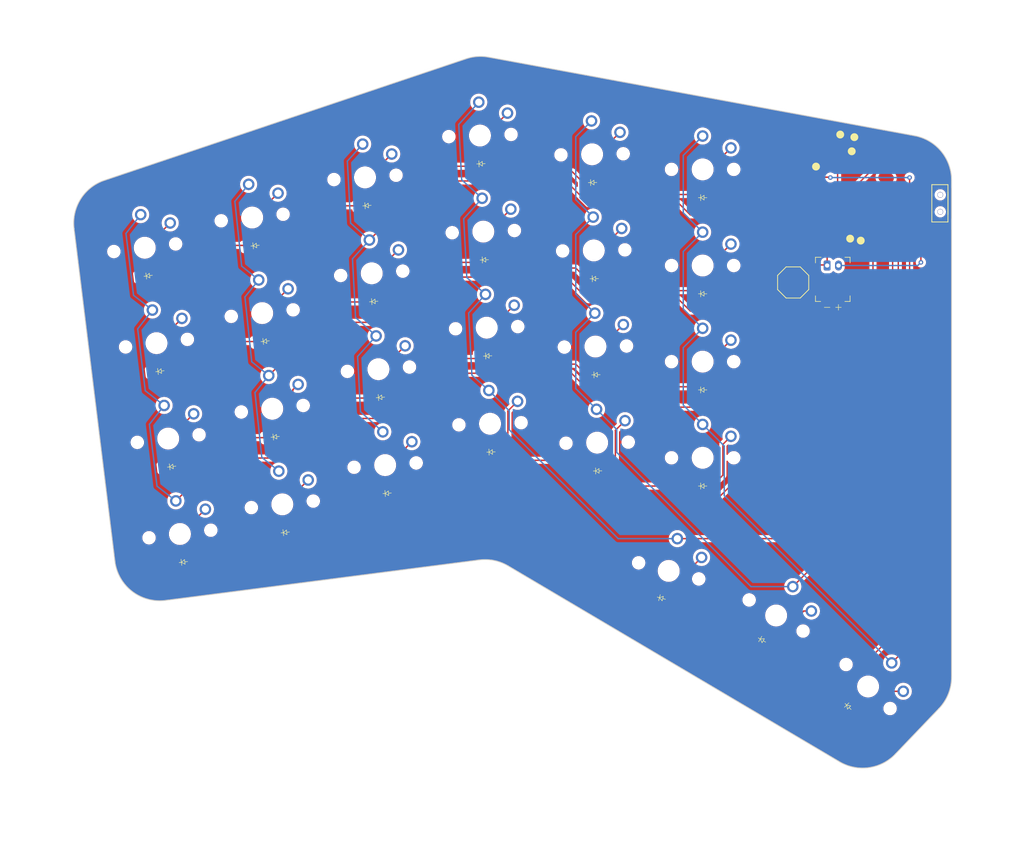
<source format=kicad_pcb>
(kicad_pcb (version 20241229) (generator "pcbnew") (generator_version "9.0")
  (title_block (title "biggie-splays_choc_v1_left") (rev "v1.0.0") (company "Unknown"))
  (layers (0 "F.Cu" signal) (2 "B.Cu" signal) (13 "F.Paste" user) (15 "B.Paste" user) (5 "F.SilkS" user) (7 "B.SilkS" user) (1 "F.Mask" user) (3 "B.Mask" user) (25 "Edge.Cuts" user))
  (net 0 "")
  (net 1 "D5")
  (net 2 "stretch_bottom")
  (net 3 "GND")
  (net 4 "D1")
  (net 5 "D2")
  (net 6 "stretch_home")
  (net 7 "stretch_high")
  (net 8 "stretch_num")
  (net 9 "D3")
  (net 10 "pinky_bottom")
  (net 11 "pinky_home")
  (net 12 "pinky_high")
  (net 13 "pinky_num")
  (net 14 "ring_bottom")
  (net 15 "ring_home")
  (net 16 "ring_high")
  (net 17 "ring_num")
  (net 18 "D7")
  (net 19 "middle_bottom")
  (net 20 "middle_home")
  (net 21 "middle_high")
  (net 22 "middle_num")
  (net 23 "D8")
  (net 24 "index_bottom")
  (net 25 "index_home")
  (net 26 "index_high")
  (net 27 "index_num")
  (net 28 "D10")
  (net 29 "inner_bottom")
  (net 30 "inner_home")
  (net 31 "inner_high")
  (net 32 "inner_num")
  (net 33 "near_fan")
  (net 34 "mid_fan")
  (net 35 "far_fan")
  (net 36 "D6")
  (net 37 "D4")
  (net 38 "D0")
  (net 39 "D9")
  (net 40 "RAW3V3")
  (net 41 "RAW5V")
  (net 42 "RST")
  (net 43 "BAT")
  (net 44 "BATCON")
  (footprint "E73:SPDT_C128955" (layer "F.Cu") (at 275.181375 105.953664 -90)
    (property "Reference" "T1" (hide yes))
    (property "Value" "" (hide yes))
  )
  (footprint "E73:SW_TACT_ALPS_SKQGABE010" (layer "F.Cu") (at 249.181374 119.953663 -90)
    (property "Reference" "B1" (hide yes))
    (property "Value" "" (hide yes))
  )
  (footprint "ceoloide:diode_tht_sod123" (layer "F.Cu") (at 258.883704 194.936166 -45)
    (property "Reference" "D27" (hide yes))
    (property "Value" "")
  )
  (footprint "ceoloide:diode_tht_sod123" (layer "F.Cu") (at 214.025731 119.283153 1)
    (property "Reference" "D19" (hide yes))
    (property "Value" "")
  )
  (footprint "ceoloide:diode_tht_sod123" (layer "F.Cu") (at 214.61911 153.277974 1)
    (property "Reference" "D17" (hide yes))
    (property "Value" "")
  )
  (footprint "ceoloide:diode_tht_sod123" (layer "F.Cu") (at 233.181374 121.953665)
    (property "Reference" "D23" (hide yes))
    (property "Value" "")
  )
  (footprint "ceoloide:diode_tht_sod123" (layer "F.Cu") (at 233.181374 155.953663)
    (property "Reference" "D21" (hide yes))
    (property "Value" "")
  )
  (footprint "ceoloide:diode_tht_sod123" (layer "F.Cu") (at 154.085847 113.437777 6)
    (property "Reference" "D8" (hide yes))
    (property "Value" "")
  )
  (footprint "ceoloide:diode_tht_sod123" (layer "F.Cu") (at 159.416799 164.158393 6)
    (property "Reference" "D5" (hide yes))
    (property "Value" "")
  )
  (footprint "ceoloide:diode_tht_sod123" (layer "F.Cu") (at 135.192416 118.77307 7)
    (property "Reference" "D4" (hide yes))
    (property "Value" "")
  )
  (footprint "ceoloide:battery_connector_jst_ph_2" (layer "F.Cu") (at 256.181373 116.953664)
    (property "Reference" "JST1" (hide yes))
    (property "Value" "")
  )
  (footprint "ceoloide:diode_tht_sod123" (layer "F.Cu") (at 137.264195 135.646354 7)
    (property "Reference" "D3" (hide yes))
    (property "Value" "")
  )
  (footprint "ceoloide:diode_tht_sod123" (layer "F.Cu") (at 225.887279 175.783293 -15)
    (property "Reference" "D25" (hide yes))
    (property "Value" "")
  )
  (footprint "ceoloide:diode_tht_sod123" (layer "F.Cu") (at 193.998327 98.965304 2)
    (property "Reference" "D16" (hide yes))
    (property "Value" "")
  )
  (footprint "ceoloide:diode_tht_sod123" (layer "F.Cu") (at 233.181374 138.953664)
    (property "Reference" "D22" (hide yes))
    (property "Value" "")
  )
  (footprint "ceoloide:diode_tht_sod123" (layer "F.Cu") (at 195.18491 132.944593 2)
    (property "Reference" "D14" (hide yes))
    (property "Value" "")
  )
  (footprint "ceoloide:diode_tht_sod123" (layer "F.Cu") (at 141.407754 169.392924 7)
    (property "Reference" "D1" (hide yes))
    (property "Value" "")
  )
  (footprint "ceoloide:diode_tht_sod123" (layer "F.Cu") (at 213.729039 102.285742 1)
    (property "Reference" "D20" (hide yes))
    (property "Value" "")
  )
  (footprint "ceoloide:diode_tht_sod123" (layer "F.Cu") (at 243.666116 183.174585 -30)
    (property "Reference" "D26" (hide yes))
    (property "Value" "")
  )
  (footprint "ceoloide:diode_tht_sod123" (layer "F.Cu") (at 194.591617 115.954948 2)
    (property "Reference" "D15" (hide yes))
    (property "Value" "")
  )
  (footprint "ceoloide:diode_tht_sod123" (layer "F.Cu") (at 139.335974 152.519638 7)
    (property "Reference" "D2" (hide yes))
    (property "Value" "")
  )
  (footprint "xiao_smd" (layer "F.Cu") (at 257.181374 102.453664 -10.5)
    (property "Reference" "MCU1" (hide yes))
    (property "Value" "")
  )
  (footprint "ceoloide:diode_tht_sod123" (layer "F.Cu") (at 175.045589 123.318683 4)
    (property "Reference" "D11" (hide yes))
    (property "Value" "")
  )
  (footprint "ceoloide:diode_tht_sod123" (layer "F.Cu") (at 195.778201 149.934237 2)
    (property "Reference" "D13" (hide yes))
    (property "Value" "")
  )
  (footprint "ceoloide:diode_tht_sod123" (layer "F.Cu") (at 177.417308 157.235861 4)
    (property "Reference" "D9" (hide yes))
    (property "Value" "")
  )
  (footprint "ceoloide:diode_tht_sod123" (layer "F.Cu") (at 173.859729 106.360093 4)
    (property "Reference" "D12" (hide yes))
    (property "Value" "")
  )
  (footprint "ceoloide:diode_tht_sod123" (layer "F.Cu") (at 176.231447 140.277272 4)
    (property "Reference" "D10" (hide yes))
    (property "Value" "")
  )
  (footprint "ceoloide:diode_tht_sod123" (layer "F.Cu") (at 157.639816 147.251522 6)
    (property "Reference" "D6" (hide yes))
    (property "Value" "")
  )
  (footprint "ceoloide:diode_tht_sod123" (layer "F.Cu") (at 155.862832 130.34465 6)
    (property "Reference" "D7" (hide yes))
    (property "Value" "")
  )
  (footprint "ceoloide:diode_tht_sod123" (layer "F.Cu") (at 214.32242 136.280563 1)
    (property "Reference" "D18" (hide yes))
    (property "Value" "")
  )
  (footprint "ceoloide:diode_tht_sod123" (layer "F.Cu") (at 233.181374 104.953664)
    (property "Reference" "D24" (hide yes))
    (property "Value" "")
  )
  (footprint "ceoloide:switch_choc_v1_v2" (layer "B.Cu") (at 262.419239 191.400632 -45)
    (property "Reference" "S27" (hide yes))
    (property "Value" "")
  )
  (footprint "ceoloide:switch_choc_v1_v2" (layer "B.Cu") (at 157.117173 142.278913 6)
    (property "Reference" "S6" (hide yes))
    (property "Value" "")
  )
  (footprint "ceoloide:switch_choc_v1_v2" (layer "B.Cu") (at 134.583069 113.810338 7)
    (property "Reference" "S4" (hide yes))
    (property "Value" "")
  )
  (footprint "ceoloide:switch_choc_v1_v2" (layer "B.Cu") (at 233.181374 150.953663)
    (property "Reference" "S21" (hide yes))
    (property "Value" "")
  )
  (footprint "ceoloide:switch_choc_v1_v2" (layer "B.Cu") (at 214.53185 148.278736 1)
    (property "Reference" "S17" (hide yes))
    (property "Value" "")
  )
  (footprint "ceoloide:switch_choc_v1_v2" (layer "B.Cu") (at 233.181374 99.953664)
    (property "Reference" "S24" (hide yes))
    (property "Value" "")
  )
  (footprint "ceoloide:switch_choc_v1_v2" (layer "B.Cu") (at 140.798407 164.430193 7)
    (property "Reference" "S1" (hide yes))
    (property "Value" "")
  )
  (footprint "ceoloide:switch_choc_v1_v2" (layer "B.Cu") (at 214.235158 131.281325 1)
    (property "Reference" "S18" (hide yes))
    (property "Value" "")
  )
  (footprint "ceoloide:switch_choc_v1_v2" (layer "B.Cu") (at 174.696806 118.330864 4)
    (property "Reference" "S11" (hide yes))
    (property "Value" "")
  )
  (footprint "ceoloide:switch_choc_v1_v2" (layer "B.Cu") (at 233.181374 116.953663)
    (property "Reference" "S23" (hide yes))
    (property "Value" "")
  )
  (footprint "ceoloide:switch_choc_v1_v2" (layer "B.Cu") (at 227.181374 170.953664 -15)
    (property "Reference" "S25" (hide yes))
    (property "Value" "")
  )
  (footprint "ceoloide:switch_choc_v1_v2" (layer "B.Cu") (at 153.563205 108.465167 6)
    (property "Reference" "S8" (hide yes))
    (property "Value" "")
  )
  (footprint "ceoloide:switch_choc_v1_v2" (layer "B.Cu") (at 158.894156 159.185786 6)
    (property "Reference" "S5" (hide yes))
    (property "Value" "")
  )
  (footprint "ceoloide:switch_choc_v1_v2" (layer "B.Cu") (at 138.726628 147.556909 7)
    (property "Reference" "S2" (hide yes))
    (property "Value" "")
  )
  (footprint "ceoloide:switch_choc_v1_v2" (layer "B.Cu") (at 213.641778 97.286503 1)
    (property "Reference" "S20" (hide yes))
    (property "Value" "")
  )
  (footprint "ceoloide:switch_choc_v1_v2" (layer "B.Cu") (at 175.882666 135.289451 4)
    (property "Reference" "S10" (hide yes))
    (property "Value" "")
  )
  (footprint "ceoloide:switch_choc_v1_v2" (layer "B.Cu") (at 233.181374 133.953664)
    (property "Reference" "S22" (hide yes))
    (property "Value" "")
  )
  (footprint "ceoloide:switch_choc_v1_v2" (layer "B.Cu") (at 246.166115 178.844458 -30)
    (property "Reference" "S26" (hide yes))
    (property "Value" "")
  )
  (footprint "ceoloide:switch_choc_v1_v2" (layer "B.Cu") (at 193.823829 93.968351 2)
    (property "Reference" "S16" (hide yes))
    (property "Value" "")
  )
  (footprint "ceoloide:switch_choc_v1_v2" (layer "B.Cu") (at 213.938467 114.283914 1)
    (property "Reference" "S19" (hide yes))
    (property "Value" "")
  )
  (footprint "ceoloide:switch_choc_v1_v2" (layer "B.Cu") (at 195.603704 144.937283 2)
    (property "Reference" "S13" (hide yes))
    (property "Value" "")
  )
  (footprint "ceoloide:switch_choc_v1_v2" (layer "B.Cu") (at 195.010412 127.947639 2)
    (property "Reference" "S14" (hide yes))
    (property "Value" "")
  )
  (footprint "ceoloide:switch_choc_v1_v2" (layer "B.Cu") (at 177.068526 152.24804 4)
    (property "Reference" "S9" (hide yes))
    (property "Value" "")
  )
  (footprint "ceoloide:switch_choc_v1_v2" (layer "B.Cu") (at 173.510946 101.372275 4)
    (property "Reference" "S12" (hide yes))
    (property "Value" "")
  )
  (footprint "ceoloide:switch_choc_v1_v2" (layer "B.Cu") (at 136.654848 130.683624 7)
    (property "Reference" "S3" (hide yes))
    (property "Value" "")
  )
  (footprint "ceoloide:switch_choc_v1_v2" (layer "B.Cu") (at 194.417122 110.957995 2)
    (property "Reference" "S15" (hide yes))
    (property "Value" "")
  )
  (footprint "ceoloide:switch_choc_v1_v2" (layer "B.Cu") (at 155.340189 125.37204 6)
    (property "Reference" "S7" (hide yes))
    (property "Value" "")
  )
  (gr_arc (start 267.232021 203.357808) (mid 262.541523 205.753948) (end 257.377971 204.714724) (stroke (width 0.15)) (layer "Edge.Cuts"))
  (gr_line (start 274.963185 195.273248) (end 267.232021 203.357807) (stroke (width 0.15)) (layer "Edge.Cuts"))
  (gr_arc (start 277.181374 189.744174) (mid 276.606146 192.722891) (end 274.963185 195.273248) (stroke (width 0.15)) (layer "Edge.Cuts"))
  (gr_line (start 193.704424 169.024777) (end 138.260195 176.177745) (stroke (width 0.15)) (layer "Edge.Cuts"))
  (gr_arc (start 191.362218 80.387692) (mid 193.345238 79.99044) (end 195.364512 80.103175) (stroke (width 0.15)) (layer "Edge.Cuts"))
  (gr_arc (start 270.633367 93.995134) (mid 275.330193 96.744448) (end 277.181374 101.862263) (stroke (width 0.15)) (layer "Edge.Cuts"))
  (gr_arc (start 193.704424 169.024777) (mid 196.339942 169.123093) (end 198.800275 170.073031) (stroke (width 0.15)) (layer "Edge.Cuts"))
  (gr_arc (start 138.260195 176.177745) (mid 132.330636 174.562655) (end 129.296212 169.218456) (stroke (width 0.15)) (layer "Edge.Cuts"))
  (gr_line (start 257.377971 204.714725) (end 198.800275 170.073031) (stroke (width 0.15)) (layer "Edge.Cuts"))
  (gr_line (start 277.181374 101.862263) (end 277.181374 189.744174) (stroke (width 0.15)) (layer "Edge.Cuts"))
  (gr_line (start 195.364512 80.103175) (end 270.633366 93.995134) (stroke (width 0.15)) (layer "Edge.Cuts"))
  (gr_line (start 127.468576 101.877386) (end 191.362218 80.387692) (stroke (width 0.15)) (layer "Edge.Cuts"))
  (gr_line (start 129.296212 169.218456) (end 122.078507 110.434951) (stroke (width 0.15)) (layer "Edge.Cuts"))
  (gr_arc (start 122.078506 110.43495) (mid 123.249717 105.196372) (end 127.468576 101.877386) (stroke (width 0.15)) (layer "Edge.Cuts"))
  (segment (start 227 140) (end 214 140) (width 0.25) (layer "F.Cu") (net 1))
  (segment (start 229 142) (end 227 140) (width 0.25) (layer "F.Cu") (net 1))
  (segment (start 244 109) (end 244 136) (width 0.25) (layer "F.Cu") (net 1))
  (segment (start 161 151) (end 147.653549 151) (width 0.25) (layer "F.Cu") (net 1))
  (segment (start 214 140) (end 210 136) (width 0.25) (layer "F.Cu") (net 1))
  (segment (start 238 142) (end 229 142) (width 0.25) (layer "F.Cu") (net 1))
  (segment (start 210 136) (end 188 136) (width 0.25) (layer "F.Cu") (net 1))
  (segment (start 246.940036 106.059964) (end 244 109) (width 0.25) (layer "F.Cu") (net 1))
  (segment (start 244 136) (end 238 142) (width 0.25) (layer "F.Cu") (net 1))
  (segment (start 188 136) (end 180 144) (width 0.25) (layer "F.Cu") (net 1))
  (segment (start 180 144) (end 168 144) (width 0.25) (layer "F.Cu") (net 1))
  (segment (start 147.653549 151) (end 140.079378 158.574171) (width 0.25) (layer "F.Cu") (net 1))
  (segment (start 168 144) (end 161 151) (width 0.25) (layer "F.Cu") (net 1))
  (segment (start 248.763216 106.059964) (end 246.940036 106.059964) (width 0.25) (layer "F.Cu") (net 1))
  (segment (start 133.86404 107.954316) (end 131.260397 111.286826) (width 0.25) (layer "B.Cu") (net 1))
  (segment (start 131.260397 111.286826) (end 132.603309 122.223959) (width 0.25) (layer "B.Cu") (net 1))
  (segment (start 136.746866 155.970527) (end 140.079377 158.57417) (width 0.25) (layer "B.Cu") (net 1))
  (segment (start 133.332176 128.160112) (end 134.675087 139.097244) (width 0.25) (layer "B.Cu") (net 1))
  (segment (start 138.007599 141.700887) (end 135.403955 145.033398) (width 0.25) (layer "B.Cu") (net 1))
  (segment (start 134.675087 139.097244) (end 138.007599 141.700887) (width 0.25) (layer "B.Cu") (net 1))
  (segment (start 135.403955 145.033398) (end 136.746866 155.970527) (width 0.25) (layer "B.Cu") (net 1))
  (segment (start 135.935819 124.827601) (end 133.332176 128.160112) (width 0.25) (layer "B.Cu") (net 1))
  (segment (start 132.603309 122.223959) (end 135.935819 124.827601) (width 0.25) (layer "B.Cu") (net 1))
  (segment (start 145.298033 160.049171) (end 143.756387 161.590818) (width 0.25) (layer "F.Cu") (net 2))
  (segment (start 143.756387 161.590818) (end 143.756387 168.480908) (width 0.25) (layer "F.Cu") (net 2))
  (segment (start 143.756387 168.480908) (end 143.045455 169.19184) (width 0.25) (layer "F.Cu") (net 2))
  (segment (start 264.305229 98.847364) (end 265.599533 98.847363) (width 0.25) (layer "F.Cu") (net 3))
  (segment (start 255.181374 116.953664) (end 255.181374 107.971219) (width 0.25) (layer "F.Cu") (net 3))
  (segment (start 255.081374 116.853663) (end 255.181374 116.953664) (width 0.25) (layer "F.Cu") (net 3))
  (segment (start 251.031374 123.053664) (end 251.031374 116.853664) (width 0.25) (layer "F.Cu") (net 3))
  (segment (start 251.031374 116.853664) (end 255.081374 116.853663) (width 0.25) (layer "F.Cu") (net 3))
  (segment (start 255.181374 107.971219) (end 264.305229 98.847364) (width 0.25) (layer "F.Cu") (net 3))
  (segment (start 184.73048 102) (end 174.285243 112.445237) (width 0.25) (layer "F.Cu") (net 4))
  (segment (start 237 108) (end 231 108) (width 0.25) (layer "F.Cu") (net 4))
  (segment (start 229 106) (end 213 106) (width 0.25) (layer "F.Cu") (net 4))
  (segment (start 209 102) (end 184.73048 102) (width 0.25) (layer "F.Cu") (net 4))
  (segment (start 250.614729 96.070095) (end 248.929905 96.070095) (width 0.25) (layer "F.Cu") (net 4))
  (segment (start 248.929905 96.070095) (end 237 108) (width 0.25) (layer "F.Cu") (net 4))
  (segment (start 231 108) (end 229 106) (width 0.25) (layer "F.Cu") (net 4))
  (segment (start 213 106) (end 209 102) (width 0.25) (layer "F.Cu") (net 4))
  (segment (start 173.099383 95.486646) (end 170.391108 98.494491) (width 0.25) (layer "B.Cu") (net 4))
  (segment (start 172.713684 142.811868) (end 176.656964 146.362412) (width 0.25) (layer "B.Cu") (net 4))
  (segment (start 172.201316 133.035291) (end 172.713684 142.811868) (width 0.25) (layer "B.Cu") (net 4))
  (segment (start 170.965587 109.456204) (end 174.285243 112.445236) (width 0.25) (layer "B.Cu") (net 4))
  (segment (start 171.839636 126.134036) (end 175.471103 129.403824) (width 0.25) (layer "B.Cu") (net 4))
  (segment (start 170.391108 98.494491) (end 170.965587 109.456204) (width 0.25) (layer "B.Cu") (net 4))
  (segment (start 171.296212 115.764891) (end 171.839636 126.134036) (width 0.25) (layer "B.Cu") (net 4))
  (segment (start 175.471103 129.403824) (end 172.201316 133.035291) (width 0.25) (layer "B.Cu") (net 4))
  (segment (start 174.285243 112.445236) (end 171.296212 115.764891) (width 0.25) (layer "B.Cu") (net 4))
  (segment (start 230.973916 121.396207) (end 231.531374 121.953663) (width 0.25) (layer "F.Cu") (net 5))
  (segment (start 177.756385 125.396207) (end 186.756386 116.396208) (width 0.25) (layer "F.Cu") (net 5))
  (segment (start 214.460239 121.396207) (end 230.973916 121.396207) (width 0.25) (layer "F.Cu") (net 5))
  (segment (start 173.362034 123.396207) (end 173.399607 123.433781) (width 0.25) (layer "F.Cu") (net 5))
  (segment (start 248.432438 98.567562) (end 241 106) (width 0.25) (layer "F.Cu") (net 5))
  (segment (start 192.558948 116.396206) (end 192.942623 116.012533) (width 0.25) (layer "F.Cu") (net 5))
  (segment (start 154.22187 130.517122) (end 156.100956 132.396208) (width 0.25) (layer "F.Cu") (net 5))
  (segment (start 241 119) (end 236 124) (width 0.25) (layer "F.Cu") (net 5))
  (segment (start 139.756386 137.396207) (end 146.756387 130.396206) (width 0.25) (layer "F.Cu") (net 5))
  (segment (start 175.362033 125.396207) (end 177.756385 125.396207) (width 0.25) (layer "F.Cu") (net 5))
  (segment (start 210.756386 117.396207) (end 212.375981 119.015802) (width 0.25) (layer "F.Cu") (net 5))
  (segment (start 192.942623 116.012533) (end 194.326296 117.396208) (width 0.25) (layer "F.Cu") (net 5))
  (segment (start 233.577709 124) (end 231.531374 121.953665) (width 0.25) (layer "F.Cu") (net 5))
  (segment (start 194.326296 117.396208) (end 210.756386 117.396207) (width 0.25) (layer "F.Cu") (net 5))
  (segment (start 158.756386 132.396207) (end 167.756386 123.396206) (width 0.25) (layer "F.Cu") (net 5))
  (segment (start 236 124) (end 233.577709 124) (width 0.25) (layer "F.Cu") (net 5))
  (segment (start 250.15185 98.567562) (end 248.432438 98.567562) (width 0.25) (layer "F.Cu") (net 5))
  (segment (start 154.100955 130.396207) (end 154.22187 130.517122) (width 0.25) (layer "F.Cu") (net 5))
  (segment (start 212.375981 119.311949) (end 214.460239 121.396207) (width 0.25) (layer "F.Cu") (net 5))
  (segment (start 146.756387 130.396206) (end 154.100955 130.396207) (width 0.25) (layer "F.Cu") (net 5))
  (segment (start 137.175262 137.396207) (end 139.756386 137.396207) (width 0.25) (layer "F.Cu") (net 5))
  (segment (start 212.375981 119.015802) (end 212.375981 119.311949) (width 0.25) (layer "F.Cu") (net 5))
  (segment (start 186.756386 116.396208) (end 192.558948 116.396206) (width 0.25) (layer "F.Cu") (net 5))
  (segment (start 135.626495 135.84744) (end 137.175262 137.396207) (width 0.25) (layer "F.Cu") (net 5))
  (segment (start 173.399607 123.433781) (end 175.362033 125.396207) (width 0.25) (layer "F.Cu") (net 5))
  (segment (start 156.100956 132.396208) (end 158.756386 132.396207) (width 0.25) (layer "F.Cu") (net 5))
  (segment (start 241 106) (end 241 119) (width 0.25) (layer "F.Cu") (net 5))
  (segment (start 167.756386 123.396206) (end 173.362034 123.396207) (width 0.25) (layer "F.Cu") (net 5))
  (segment (start 143.226254 143.175887) (end 141.756387 144.645755) (width 0.25) (layer "F.Cu") (net 6))
  (segment (start 141.756385 151.535844) (end 140.973676 152.318555) (width 0.25) (layer "F.Cu") (net 6))
  (segment (start 141.756387 144.645755) (end 141.756385 151.535844) (width 0.25) (layer "F.Cu") (net 6))
  (segment (start 139.756386 127.700691) (end 139.756386 134.590782) (width 0.25) (layer "F.Cu") (net 7))
  (segment (start 141.154475 126.302603) (end 139.756386 127.700691) (width 0.25) (layer "F.Cu") (net 7))
  (segment (start 139.756386 134.590782) (end 138.901897 135.445271) (width 0.25) (layer "F.Cu") (net 7))
  (segment (start 137.756385 117.645717) (end 136.830117 118.571985) (width 0.25) (layer "F.Cu") (net 8))
  (segment (start 139.082697 109.429318) (end 137.756387 110.755628) (width 0.25) (layer "F.Cu") (net 8))
  (segment (start 137.756387 110.755628) (end 137.756385 117.645717) (width 0.25) (layer "F.Cu") (net 8))
  (segment (start 231 125) (end 229 123) (width 0.25) (layer "F.Cu") (net 9))
  (segment (start 179 127) (end 165.911689 127) (width 0.25) (layer "F.Cu") (net 9))
  (segment (start 242 120) (end 237 125) (width 0.25) (layer "F.Cu") (net 9))
  (segment (start 229 123) (end 213 123) (width 0.25) (layer "F.Cu") (net 9))
  (segment (start 165.911689 127) (end 156.500455 136.411234) (width 0.25) (layer "F.Cu") (net 9))
  (segment (start 187 119) (end 179 127) (width 0.25) (layer "F.Cu") (net 9))
  (segment (start 213 123) (end 209 119) (width 0.25) (layer "F.Cu") (net 9))
  (segment (start 209 119) (end 187 119) (width 0.25) (layer "F.Cu") (net 9))
  (segment (start 247.934971 101.065029) (end 242 107) (width 0.25) (layer "F.Cu") (net 9))
  (segment (start 237 125) (end 231 125) (width 0.25) (layer "F.Cu") (net 9))
  (segment (start 249.688972 101.065029) (end 247.934971 101.065029) (width 0.25) (layer "F.Cu") (net 9))
  (segment (start 242 107) (end 242 120) (width 0.25) (layer "F.Cu") (net 9))
  (segment (start 156.500455 136.411234) (end 154.061499 139.423093) (width 0.25) (layer "B.Cu") (net 9))
  (segment (start 155.265579 150.879151) (end 158.277438 153.318106) (width 0.25) (layer "B.Cu") (net 9))
  (segment (start 154.723471 119.504361) (end 152.284515 122.516221) (width 0.25) (layer "B.Cu") (net 9))
  (segment (start 152.946487 102.597488) (end 150.507531 105.609348) (width 0.25) (layer "B.Cu") (net 9))
  (segment (start 154.061499 139.423093) (end 155.265579 150.879151) (width 0.25) (layer "B.Cu") (net 9))
  (segment (start 151.711611 117.065405) (end 154.723471 119.504361) (width 0.25) (layer "B.Cu") (net 9))
  (segment (start 152.284515 122.516221) (end 153.488595 133.972278) (width 0.25) (layer "B.Cu") (net 9))
  (segment (start 153.488595 133.972278) (end 156.500455 136.411234) (width 0.25) (layer "B.Cu") (net 9))
  (segment (start 150.507531 105.609348) (end 151.711611 117.065405) (width 0.25) (layer "B.Cu") (net 9))
  (segment (start 163.469557 154.883959) (end 161.756386 156.59713) (width 0.25) (layer "F.Cu") (net 10))
  (segment (start 161.756386 156.59713) (end 161.756385 163.396207) (width 0.25) (layer "F.Cu") (net 10))
  (segment (start 161.756385 163.396207) (end 161.647475 163.396207) (width 0.25) (layer "F.Cu") (net 10))
  (segment (start 161.647475 163.396207) (end 161.05776 163.985922) (width 0.25) (layer "F.Cu") (net 10))
  (segment (start 160.756387 138.913274) (end 160.756385 145.60344) (width 0.25) (layer "F.Cu") (net 11))
  (segment (start 160.756385 145.60344) (end 159.280776 147.079051) (width 0.25) (layer "F.Cu") (net 11))
  (segment (start 161.692574 137.977087) (end 160.756387 138.913274) (width 0.25) (layer "F.Cu") (net 11))
  (segment (start 158.756387 128.919584) (end 157.503792 130.172178) (width 0.25) (layer "F.Cu") (net 12))
  (segment (start 159.915589 121.070215) (end 158.756386 122.229418) (width 0.25) (layer "F.Cu") (net 12))
  (segment (start 158.756386 122.229418) (end 158.756387 128.919584) (width 0.25) (layer "F.Cu") (net 12))
  (segment (start 156.756386 112.235728) (end 155.726807 113.265306) (width 0.25) (layer "F.Cu") (net 13))
  (segment (start 158.138606 104.163342) (end 156.756387 105.545562) (width 0.25) (layer "F.Cu") (net 13))
  (segment (start 156.756387 105.545562) (end 156.756386 112.235728) (width 0.25) (layer "F.Cu") (net 13))
  (segment (start 180.756386 155.427666) (end 180.756386 149.1434) (width 0.25) (layer "F.Cu") (net 14))
  (segment (start 179.063289 157.120763) (end 180.756386 155.427666) (width 0.25) (layer "F.Cu") (net 14))
  (segment (start 180.756386 149.1434) (end 181.791272 148.108514) (width 0.25) (layer "F.Cu") (net 14))
  (segment (start 178.756386 139.283217) (end 178.756386 132.998951) (width 0.25) (layer "F.Cu") (net 15))
  (segment (start 178.756386 132.998951) (end 180.605412 131.149925) (width 0.25) (layer "F.Cu") (net 15))
  (segment (start 177.877428 140.162174) (end 178.756386 139.283217) (width 0.25) (layer "F.Cu") (net 15))
  (segment (start 177.756385 115.854503) (end 179.419552 114.191337) (width 0.25) (layer "F.Cu") (net 16))
  (segment (start 177.756386 122.138768) (end 177.756385 115.854503) (width 0.25) (layer "F.Cu") (net 16))
  (segment (start 176.69157 123.203585) (end 177.756386 122.138768) (width 0.25) (layer "F.Cu") (net 16))
  (segment (start 176.756386 104.994318) (end 176.756386 98.710053) (width 0.25) (layer "F.Cu") (net 17))
  (segment (start 175.505709 106.244996) (end 176.756386 104.994318) (width 0.25) (layer "F.Cu") (net 17))
  (segment (start 176.756386 98.710053) (end 178.233692 97.232748) (width 0.25) (layer "F.Cu") (net 17))
  (segment (start 263.285142 155.867451) (end 263.285141 111.334701) (width 0.25) (layer "F.Cu") (net 18))
  (segment (start 253.897891 165.254703) (end 263.285142 155.867451) (width 0.25) (layer "F.Cu") (net 18))
  (segment (start 228.708406 165.254703) (end 253.897891 165.254703) (width 0.25) (layer "F.Cu") (net 18))
  (segment (start 199 142.643079) (end 199 146) (width 0.25) (layer "B.Cu") (net 18))
  (segment (start 190.591936 101.802776) (end 194.211215 105.061588) (width 0.25) (layer "B.Cu") (net 18))
  (segment (start 191.49704 119.073176) (end 194.804506 122.051232) (width 0.25) (layer "B.Cu") (net 18))
  (segment (start 194.211215 105.061588) (end 190.952401 108.680867) (width 0.25) (layer "B.Cu") (net 18))
  (segment (start 194.804506 122.051232) (end 191.826448 125.358698) (width 0.25) (layer "B.Cu") (net 18))
  (segment (start 192.402143 136.343577) (end 195.397796 139.040876) (width 0.25) (layer "B.Cu") (net 18))
  (segment (start 193.617922 88.071944) (end 190.078353 92.003034) (width 0.25) (layer "B.Cu") (net 18))
  (segment (start 199 146) (end 218.254702 165.254702) (width 0.25) (layer "B.Cu") (net 18))
  (segment (start 195.397797 139.040876) (end 199 142.643079) (width 0.25) (layer "B.Cu") (net 18))
  (segment (start 191.826448 125.358698) (end 192.402143 136.343577) (width 0.25) (layer "B.Cu") (net 18))
  (segment (start 218.254702 165.254702) (end 228.708407 165.254702) (width 0.25) (layer "B.Cu") (net 18))
  (segment (start 190.952401 108.680867) (end 191.49704 119.073176) (width 0.25) (layer "B.Cu") (net 18))
  (segment (start 190.078353 92.003034) (end 190.591936 101.802776) (width 0.25) (layer "B.Cu") (net 18))
  (segment (start 198.756386 148.547463) (end 198.756386 142.676755) (width 0.25) (layer "F.Cu") (net 19))
  (segment (start 198.756386 142.676755) (end 200.468041 140.9651) (width 0.25) (layer "F.Cu") (net 19))
  (segment (start 197.427197 149.876652) (end 198.756386 148.547463) (width 0.25) (layer "F.Cu") (net 19))
  (segment (start 197.756387 126.093818) (end 199.874748 123.975456) (width 0.25) (layer "F.Cu") (net 20))
  (segment (start 197.756387 131.964527) (end 197.756387 126.093818) (width 0.25) (layer "F.Cu") (net 20))
  (segment (start 196.833904 132.887008) (end 197.756387 131.964527) (width 0.25) (layer "F.Cu") (net 20))
  (segment (start 197.756385 114.381592) (end 197.756386 108.510883) (width 0.25) (layer "F.Cu") (net 21))
  (segment (start 196.240612 115.897365) (end 197.756385 114.381592) (width 0.25) (layer "F.Cu") (net 21))
  (segment (start 197.756386 108.510883) (end 199.281457 106.985812) (width 0.25) (layer "F.Cu") (net 21))
  (segment (start 196.756387 91.927947) (end 198.688165 89.996168) (width 0.25) (layer "F.Cu") (net 22))
  (segment (start 196.756387 97.798658) (end 196.756387 91.927947) (width 0.25) (layer "F.Cu") (net 22))
  (segment (start 195.647322 98.907721) (end 196.756387 97.798658) (width 0.25) (layer "F.Cu") (net 22))
  (segment (start 265.197413 108.837234) (end 263.74802 108.837234) (width 0.25) (layer "F.Cu") (net 23))
  (segment (start 266.756386 110.396207) (end 265.197413 108.837234) (width 0.25) (layer "F.Cu") (net 23))
  (segment (start 266.756385 156.094637) (end 266.756386 110.396207) (width 0.25) (layer "F.Cu") (net 23))
  (segment (start 249.116115 173.734908) (end 266.756385 156.094637) (width 0.25) (layer "F.Cu") (net 23))
  (segment (start 218 150) (end 241.734909 173.734909) (width 0.25) (layer "B.Cu") (net 23))
  (segment (start 210.756387 94.169823) (end 210.756386 105.305701) (width 0.25) (layer "B.Cu") (net 23))
  (segment (start 214.132189 125.382224) (end 210.756386 128.758027) (width 0.25) (layer "B.Cu") (net 23))
  (segment (start 213.538808 91.387401) (end 210.756387 94.169823) (width 0.25) (layer "B.Cu") (net 23))
  (segment (start 218 145.950755) (end 218 150) (width 0.25) (layer "B.Cu") (net 23))
  (segment (start 210.756386 128.758027) (end 210.756385 138.70714) (width 0.25) (layer "B.Cu") (net 23))
  (segment (start 210.756386 111.463926) (end 210.756386 122.00642) (width 0.25) (layer "B.Cu") (net 23))
  (segment (start 210.756386 122.00642) (end 214.132189 125.382224) (width 0.25) (layer "B.Cu") (net 23))
  (segment (start 210.756386 105.305701) (end 213.835499 108.384812) (width 0.25) (layer "B.Cu") (net 23))
  (segment (start 241.734909 173.734909) (end 249.116115 173.734909) (width 0.25) (layer "B.Cu") (net 23))
  (segment (start 213.835499 108.384812) (end 210.756386 111.463926) (width 0.25) (layer "B.Cu") (net 23))
  (segment (start 214.428881 142.379636) (end 218 145.950755) (width 0.25) (layer "B.Cu") (net 23))
  (segment (start 210.756385 138.70714) (end 214.42888 142.379636) (width 0.25) (layer "B.Cu") (net 23))
  (segment (start 217.756386 146.100435) (end 219.464769 144.392053) (width 0.25) (layer "F.Cu") (net 24))
  (segment (start 217.756386 151.761652) (end 217.756386 146.100435) (width 0.25) (layer "F.Cu") (net 24))
  (segment (start 216.26886 153.249179) (end 217.756386 151.761652) (width 0.25) (layer "F.Cu") (net 24))
  (segment (start 217.756386 134.46755) (end 217.756386 128.806333) (width 0.25) (layer "F.Cu") (net 25))
  (segment (start 215.972169 136.251767) (end 217.756386 134.46755) (width 0.25) (layer "F.Cu") (net 25))
  (segment (start 217.756386 128.806333) (end 219.168077 127.394642) (width 0.25) (layer "F.Cu") (net 25))
  (segment (start 216.756385 112.512232) (end 218.871387 110.397231) (width 0.25) (layer "F.Cu") (net 26))
  (segment (start 216.756386 118.17345) (end 216.756385 112.512232) (width 0.25) (layer "F.Cu") (net 26))
  (segment (start 215.675479 119.254356) (end 216.756386 118.17345) (width 0.25) (layer "F.Cu") (net 26))
  (segment (start 215.378788 102.256946) (end 216.756386 100.879347) (width 0.25) (layer "F.Cu") (net 27))
  (segment (start 216.756386 95.21813) (end 218.574696 93.39982) (width 0.25) (layer "F.Cu") (net 27))
  (segment (start 216.756386 100.879347) (end 216.756386 95.21813) (width 0.25) (layer "F.Cu") (net 27))
  (segment (start 269.756385 184.063485) (end 269.756386 107.396206) (width 0.25) (layer "F.Cu") (net 28))
  (segment (start 266.591168 187.228702) (end 269.756385 184.063485) (width 0.25) (layer "F.Cu") (net 28))
  (segment (start 266.202478 103.842299) (end 264.673776 103.842299) (width 0.25) (layer "F.Cu") (net 28))
  (segment (start 269.756386 107.396206) (end 266.202478 103.842299) (width 0.25) (layer "F.Cu") (net 28))
  (segment (start 229.756386 131.478652) (end 229.756386 141.628676) (width 0.25) (layer "B.Cu") (net 28))
  (segment (start 233.181374 94.053664) (end 229.756386 97.478653) (width 0.25) (layer "B.Cu") (net 28))
  (segment (start 233.181375 111.053664) (end 229.756386 114.478652) (width 0.25) (layer "B.Cu") (net 28))
  (segment (start 237 157.637533) (end 266.591169 187.228702) (width 0.25) (layer "B.Cu") (net 28))
  (segment (start 233.181374 128.053664) (end 229.756386 131.478652) (width 0.25) (layer "B.Cu") (net 28))
  (segment (start 229.756386 114.478652) (end 229.756387 124.628676) (width 0.25) (layer "B.Cu") (net 28))
  (segment (start 237 148.872289) (end 237 157.637533) (width 0.25) (layer "B.Cu") (net 28))
  (segment (start 229.756386 141.628676) (end 233.181374 145.053664) (width 0.25) (layer "B.Cu") (net 28))
  (segment (start 229.756386 97.478653) (end 229.756386 107.628676) (width 0.25) (layer "B.Cu") (net 28))
  (segment (start 233.181374 145.053663) (end 237 148.872289) (width 0.25) (layer "B.Cu") (net 28))
  (segment (start 229.756387 124.628676) (end 233.181374 128.053664) (width 0.25) (layer "B.Cu") (net 28))
  (segment (start 229.756386 107.628676) (end 233.181375 111.053664) (width 0.25) (layer "B.Cu") (net 28))
  (segment (start 236.756386 154.028652) (end 236.756386 148.578652) (width 0.25) (layer "F.Cu") (net 29))
  (segment (start 236.756386 148.578652) (end 238.181374 147.153664) (width 0.25) (layer "F.Cu") (net 29))
  (segment (start 234.831374 155.953664) (end 236.756386 154.028652) (width 0.25) (layer "F.Cu") (net 29))
  (segment (start 234.831374 138.953665) (end 236.756386 137.028652) (width 0.25) (layer "F.Cu") (net 30))
  (segment (start 236.756386 131.578652) (end 238.181374 130.153664) (width 0.25) (layer "F.Cu") (net 30))
  (segment (start 236.756386 137.028652) (end 236.756386 131.578652) (width 0.25) (layer "F.Cu") (net 30))
  (segment (start 236.756386 114.578653) (end 238.181374 113.153665) (width 0.25) (layer "F.Cu") (net 31))
  (segment (start 236.756386 120.028651) (end 236.756386 114.578653) (width 0.25) (layer "F.Cu") (net 31))
  (segment (start 234.831374 121.953664) (end 236.756386 120.028651) (width 0.25) (layer "F.Cu") (net 31))
  (segment (start 234.831375 104.953665) (end 236.756385 103.028652) (width 0.25) (layer "F.Cu") (net 32))
  (segment (start 236.756385 103.028652) (end 236.756386 97.578651) (width 0.25) (layer "F.Cu") (net 32))
  (segment (start 236.756386 97.578651) (end 238.181374 96.153664) (width 0.25) (layer "F.Cu") (net 32))
  (segment (start 227.481057 176.210343) (end 229.756386 173.935016) (width 0.25) (layer "F.Cu") (net 33))
  (segment (start 229.756386 173.935016) (end 229.756387 171.81537) (width 0.25) (layer "F.Cu") (net 33))
  (segment (start 229.756387 171.81537) (end 232.994516 168.577241) (width 0.25) (layer "F.Cu") (net 33))
  (segment (start 251.041081 178.053562) (end 252.396242 178.05356) (width 0.25) (layer "F.Cu") (net 34))
  (segment (start 245.095057 183.999586) (end 251.041081 178.053562) (width 0.25) (layer "F.Cu") (net 34))
  (segment (start 260.05043 196.102891) (end 262.049701 196.102892) (width 0.25) (layer "F.Cu") (net 35))
  (segment (start 262.049701 196.102892) (end 265.903434 192.24916) (width 0.25) (layer "F.Cu") (net 35))
  (segment (start 265.903434 192.24916) (end 268.641779 192.249159) (width 0.25) (layer "F.Cu") (net 35))
  (segment (start 139.770052 169.594008) (end 141.57225 171.396207) (width 0.25) (layer "F.Cu") (net 36))
  (segment (start 212.66695 153.30677) (end 212.969362 153.30677) (width 0.25) (layer "F.Cu") (net 36))
  (segment (start 175.726079 157.396207) (end 175.771327 157.350958) (width 0.25) (layer "F.Cu") (net 36))
  (segment (start 150.756387 164.396207) (end 157.710497 164.396207) (width 0.25) (layer "F.Cu") (net 36))
  (segment (start 210.756385 151.396206) (end 212.66695 153.30677) (width 0.25) (layer "F.Cu") (net 36))
  (segment (start 194.129206 149.991822) (end 195.533592 151.396207) (width 0.25) (layer "F.Cu") (net 36))
  (segment (start 170.756386 157.396206) (end 175.726079 157.396207) (width 0.25) (layer "F.Cu") (net 36))
  (segment (start 157.775838 164.415659) (end 159.756385 166.396208) (width 0.25) (layer "F.Cu") (net 36))
  (segment (start 175.771327 157.350958) (end 175.771327 157.411148) (width 0.25) (layer "F.Cu") (net 36))
  (segment (start 245 111.857769) (end 248.300337 108.557432) (width 0.25) (layer "F.Cu") (net 36))
  (segment (start 188.756386 150.396207) (end 193.724819 150.396207) (width 0.25) (layer "F.Cu") (net 36))
  (segment (start 175.771327 157.411148) (end 177.756386 159.396207) (width 0.25) (layer "F.Cu") (net 36))
  (segment (start 177.756386 159.396207) (end 179.756386 159.396208) (width 0.25) (layer "F.Cu") (net 36))
  (segment (start 236 158) (end 245 149) (width 0.25) (layer "F.Cu") (net 36))
  (segment (start 233 158) (end 236 158) (width 0.25) (layer "F.Cu") (net 36))
  (segment (start 193.724819 150.396207) (end 194.129206 149.991822) (width 0.25) (layer "F.Cu") (net 36))
  (segment (start 157.710497 164.396207) (end 157.775838 164.330866) (width 0.25) (layer "F.Cu") (net 36))
  (segment (start 157.775838 164.330866) (end 157.775838 164.415659) (width 0.25) (layer "F.Cu") (net 36))
  (segment (start 245 149) (end 245 111.857769) (width 0.25) (layer "F.Cu") (net 36))
  (segment (start 231.531374 156.531374) (end 233 158) (width 0.25) (layer "F.Cu") (net 36))
  (segment (start 212.969362 153.30677) (end 215.616256 155.953665) (width 0.25) (layer "F.Cu") (net 36))
  (segment (start 143.756386 171.396207) (end 150.756387 164.396207) (width 0.25) (layer "F.Cu") (net 36))
  (segment (start 195.533592 151.396207) (end 210.756385 151.396206) (width 0.25) (layer "F.Cu") (net 36))
  (segment (start 141.57225 171.396207) (end 143.756386 171.396207) (width 0.25) (layer "F.Cu") (net 36))
  (segment (start 161.756387 166.396208) (end 170.756386 157.396206) (width 0.25) (layer "F.Cu") (net 36))
  (segment (start 231.531374 155.953663) (end 231.531374 156.531374) (width 0.25) (layer "F.Cu") (net 36))
  (segment (start 159.756385 166.396208) (end 161.756387 166.396208) (width 0.25) (layer "F.Cu") (net 36))
  (segment (start 179.756386 159.396208) (end 188.756386 150.396207) (width 0.25) (layer "F.Cu") (net 36))
  (segment (start 215.616256 155.953665) (end 231.531374 155.953664) (width 0.25) (layer "F.Cu") (net 36))
  (segment (start 243 135) (end 237 141) (width 0.25) (layer "F.Cu") (net 37))
  (segment (start 159.756386 149.396207) (end 168.760223 140.392369) (width 0.25) (layer "F.Cu") (net 37))
  (segment (start 174.585466 140.39237) (end 176.589304 142.396207) (width 0.25) (layer "F.Cu") (net 37))
  (segment (start 214.759519 138.396206) (end 230.973916 138.396206) (width 0.25) (layer "F.Cu") (net 37))
  (segment (start 155.971068 147.396207) (end 155.998854 147.423994) (width 0.25) (layer "F.Cu") (net 37))
  (segment (start 193.141884 133.396207) (end 193.535914 133.002178) (width 0.25) (layer "F.Cu") (net 37))
  (segment (start 178.756386 142.396207) (end 187.756386 133.396207) (width 0.25) (layer "F.Cu") (net 37))
  (segment (start 139.373758 154.396207) (end 141.756386 154.396207) (width 0.25) (layer "F.Cu") (net 37))
  (segment (start 137.698273 152.720723) (end 139.373758 154.396207) (width 0.25) (layer "F.Cu") (net 37))
  (segment (start 155.998853 147.638675) (end 157.756387 149.396208) (width 0.25) (layer "F.Cu") (net 37))
  (segment (start 230.973916 138.396206) (end 231.531375 138.953664) (width 0.25) (layer "F.Cu") (net 37))
  (segment (start 187.756386 133.396207) (end 193.141884 133.396207) (width 0.25) (layer "F.Cu") (net 37))
  (segment (start 237 141) (end 233.57771 141) (width 0.25) (layer "F.Cu") (net 37))
  (segment (start 155.998854 147.423994) (end 155.998853 147.638675) (width 0.25) (layer "F.Cu") (net 37))
  (segment (start 157.756387 149.396208) (end 159.756386 149.396207) (width 0.25) (layer "F.Cu") (net 37))
  (segment (start 193.535914 133.002178) (end 194.929945 134.396207) (width 0.25) (layer "F.Cu") (net 37))
  (segment (start 243 108) (end 243 135) (width 0.25) (layer "F.Cu") (net 37))
  (segment (start 233.57771 141) (end 231.531374 138.953664) (width 0.25) (layer "F.Cu") (net 37))
  (segment (start 194.929945 134.396207) (end 210.756385 134.396206) (width 0.25) (layer "F.Cu") (net 37))
  (segment (start 249.226093 103.562497) (end 247.437503 103.562497) (width 0.25) (layer "F.Cu") (net 37))
  (segment (start 176.589304 142.396207) (end 178.756386 142.396207) (width 0.25) (layer "F.Cu") (net 37))
  (segment (start 212.669538 136.309359) (end 212.672671 136.309359) (width 0.25) (layer "F.Cu") (net 37))
  (segment (start 148.756386 147.396206) (end 155.971068 147.396207) (width 0.25) (layer "F.Cu") (net 37))
  (segment (start 212.672671 136.309359) (end 214.759519 138.396206) (width 0.25) (layer "F.Cu") (net 37))
  (segment (start 210.756385 134.396206) (end 212.669538 136.309359) (width 0.25) (layer "F.Cu") (net 37))
  (segment (start 247.437503 103.562497) (end 243 108) (width 0.25) (layer "F.Cu") (net 37))
  (segment (start 168.760223 140.392369) (end 174.585466 140.39237) (width 0.25) (layer "F.Cu") (net 37))
  (segment (start 141.756386 154.396207) (end 148.756386 147.396206) (width 0.25) (layer "F.Cu") (net 37))
  (segment (start 210.16096 100.396207) (end 212.079289 102.314539) (width 0.25) (layer "F.Cu") (net 38))
  (segment (start 174.134762 108.396207) (end 176.756387 108.396207) (width 0.25) (layer "F.Cu") (net 38))
  (segment (start 155.756386 115.396207) (end 164.756385 106.396207) (width 0.25) (layer "F.Cu") (net 38))
  (segment (start 154.230843 115.396208) (end 155.756386 115.396207) (width 0.25) (layer "F.Cu") (net 38))
  (segment (start 191.976013 99.396207) (end 192.349331 99.02289) (width 0.25) (layer "F.Cu") (net 38))
  (segment (start 137.756387 120.396207) (end 144.756386 113.396207) (width 0.25) (layer "F.Cu") (net 38))
  (segment (start 249.427373 93.572627) (end 236 107) (width 0.25) (layer "F.Cu") (net 38))
  (segment (start 144.756386 113.396207) (end 152.230843 113.396208) (width 0.25) (layer "F.Cu") (net 38))
  (segment (start 152.444887 113.61025) (end 154.230843 115.396208) (width 0.25) (layer "F.Cu") (net 38))
  (segment (start 233.57771 107) (end 231.531374 104.953664) (width 0.25) (layer "F.Cu") (net 38))
  (segment (start 164.756385 106.396207) (end 172.134762 106.396207) (width 0.25) (layer "F.Cu") (net 38))
  (segment (start 176.756387 108.396207) (end 185.756385 99.396207) (width 0.25) (layer "F.Cu") (net 38))
  (segment (start 134.976768 120.396207) (end 137.756387 120.396207) (width 0.25) (layer "F.Cu") (net 38))
  (segment (start 172.134762 106.396207) (end 172.213748 106.475192) (width 0.25) (layer "F.Cu") (net 38))
  (segment (start 230.973918 104.396207) (end 231.531375 104.953663) (width 0.25) (layer "F.Cu") (net 38))
  (segment (start 172.213748 106.475192) (end 174.134762 108.396207) (width 0.25) (layer "F.Cu") (net 38))
  (segment (start 192.349331 99.02289) (end 193.72265 100.396207) (width 0.25) (layer "F.Cu") (net 38))
  (segment (start 193.72265 100.396207) (end 210.16096 100.396207) (width 0.25) (layer "F.Cu") (net 38))
  (segment (start 214.160958 104.396207) (end 230.973918 104.396207) (width 0.25) (layer "F.Cu") (net 38))
  (segment (start 133.554715 118.974154) (end 134.976768 120.396207) (width 0.25) (layer "F.Cu") (net 38))
  (segment (start 251.077606 93.572627) (end 249.427373 93.572627) (width 0.25) (layer "F.Cu") (net 38))
  (segment (start 185.756385 99.396207) (end 191.976013 99.396207) (width 0.25) (layer "F.Cu") (net 38))
  (segment (start 212.079289 102.314539) (end 214.160958 104.396207) (width 0.25) (layer "F.Cu") (net 38))
  (segment (start 152.230843 113.396208) (end 152.444887 113.61025) (width 0.25) (layer "F.Cu") (net 38))
  (segment (start 236 107) (end 233.57771 107) (width 0.25) (layer "F.Cu") (net 38))
  (segment (start 265.699944 106.339765) (end 264.210897 106.339766) (width 0.25) (layer "F.Cu") (net 39))
  (segment (start 241.709764 182.349585) (end 242.237173 182.349584) (width 0.25) (layer "F.Cu") (net 39))
  (segment (start 257.716979 193.769439) (end 257.716979 191.435614) (width 0.25) (layer "F.Cu") (net 39))
  (segment (start 267.756386 108.396207) (end 265.699944 106.339765) (width 0.25) (layer "F.Cu") (net 39))
  (segment (start 224.293501 175.356242) (end 227.333467 178.396206) (width 0.25) (layer "F.Cu") (net 39))
  (segment (start 237.756387 178.396207) (end 241.709764 182.349585) (width 0.25) (layer "F.Cu") (net 39))
  (segment (start 267.756386 181.396207) (end 267.756386 108.396207) (width 0.25) (layer "F.Cu") (net 39))
  (segment (start 242.237173 182.349584) (end 242.237174 183.876994) (width 0.25) (layer "F.Cu") (net 39))
  (segment (start 242.237174 183.876994) (end 252.129619 193.769439) (width 0.25) (layer "F.Cu") (net 39))
  (segment (start 227.333467 178.396206) (end 237.756387 178.396207) (width 0.25) (layer "F.Cu") (net 39))
  (segment (start 252.129619 193.769439) (end 257.716979 193.769439) (width 0.25) (layer "F.Cu") (net 39))
  (segment (start 257.716979 191.435614) (end 267.756386 181.396207) (width 0.25) (layer "F.Cu") (net 39))
  (segment (start 257.031886 104.120707) (end 257.031886 96.29123) (width 0.25) (layer "F.Cu") (net 42))
  (segment (start 247.331374 113.821219) (end 257.031886 104.120707) (width 0.25) (layer "F.Cu") (net 42))
  (segment (start 247.331374 123.053665) (end 247.331374 116.853664) (width 0.25) (layer "F.Cu") (net 42))
  (segment (start 247.331374 116.853664) (end 247.331374 113.821219) (width 0.25) (layer "F.Cu") (net 42))
  (segment (start 255.756386 101.396207) (end 255.692114 101.331935) (width 0.25) (layer "F.Cu") (net 43))
  (segment (start 271.563843 105.203663) (end 269.756387 103.396206) (width 0.25) (layer "F.Cu") (net 43))
  (segment (start 273.106373 105.203664) (end 271.563843 105.203663) (width 0.25) (layer "F.Cu") (net 43))
  (segment (start 269.756387 103.396206) (end 269.756386 101.396207) (width 0.25) (layer "F.Cu") (net 43))
  (segment (start 255.692114 101.331935) (end 252.868574 101.331934) (width 0.25) (layer "F.Cu") (net 43))
  (via (at 269.756386 101.396207) (size 0.8) (drill 0.4) (layers "F.Cu" "B.Cu") (net 43))
  (via (at 255.756386 101.396207) (size 0.8) (drill 0.4) (layers "F.Cu" "B.Cu") (net 43))
  (segment (start 269.756386 101.396207) (end 255.756386 101.396207) (width 0.25) (layer "B.Cu") (net 43))
  (segment (start 271.756386 116.396208) (end 271.756386 109.553652) (width 0.25) (layer "F.Cu") (net 44))
  (segment (start 271.756386 109.553652) (end 273.106375 108.203664) (width 0.25) (layer "F.Cu") (net 44))
  (via (at 271.756386 116.396208) (size 0.8) (drill 0.4) (layers "F.Cu" "B.Cu") (net 44))
  (segment (start 271.198929 116.953664) (end 271.756386 116.396208) (width 0.25) (layer "B.Cu") (net 44))
  (segment (start 257.181375 116.953664) (end 271.198929 116.953664) (width 0.25) (layer "B.Cu") (net 44))
  (zone (net 0) (net_name "") (layers "F.Cu" "B.Cu") (connect_pads (clearance 0.508)) (min_thickness 0.25) (fill yes (thermal_gap 0.5) (thermal_bridge_width 0.5) (island_removal_mode 1) (island_area_min 10))
    (polygon (pts (xy 290 70) (xy 290 220) (xy 110 220) (xy 109 70)))
  )
)
</source>
